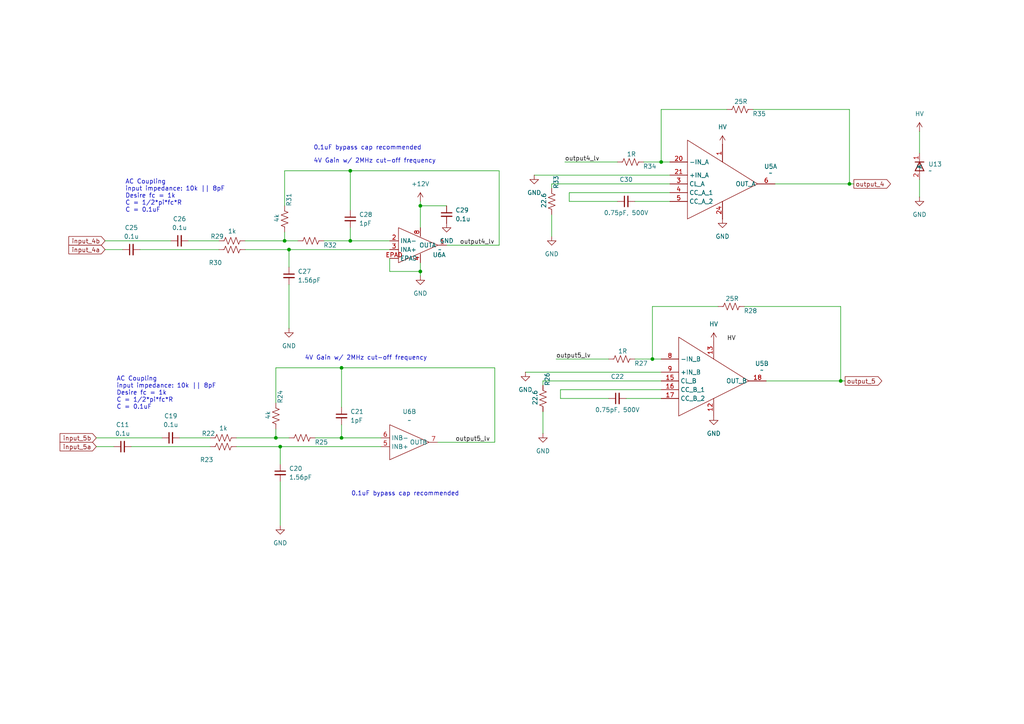
<source format=kicad_sch>
(kicad_sch (version 20231120) (generator "eeschema") (generator_version "8.0")
  (paper "A4")
  (lib_symbols
    (symbol "Device:C_Small" (pin_numbers hide) (pin_names (offset 0.254) hide)
      (property "Reference" "C" (at 0.254 1.778 0))
      (property "Value" "C_Small" (at 0.254 -2.032 0))
      (symbol "C_Small_0_1"
        (polyline (pts (xy -1.524 -0.508) (xy 1.524 -0.508)) (stroke (width 0.3302)))
        (polyline (pts (xy -1.524 0.508) (xy 1.524 0.508)) (stroke (width 0.3048)))
      )
      (symbol "C_Small_1_1"
        (pin passive line (at 0 2.54 270) (length 2.032) (name "~") (number "1"))
        (pin passive line (at 0 -2.54 90) (length 2.032) (name "~") (number "2"))
      )
    )
    (symbol "Device:R_US" (pin_numbers hide) (pin_names (offset 0))
      (property "Reference" "R" (at 2.54 0 90))
      (property "Value" "R_US" (at -2.54 0 90))
      (symbol "R_US_0_1"
        (polyline (pts (xy 0 -2.286) (xy 0 -2.54)))
        (polyline (pts (xy 0 2.286) (xy 0 2.54)))
        (polyline (pts (xy 0 -0.762) (xy 1.016 -1.143) (xy 0 -1.524) (xy -1.016 -1.905) (xy 0 -2.286)))
        (polyline (pts (xy 0 0.762) (xy 1.016 0.381) (xy 0 0) (xy -1.016 -0.381) (xy 0 -0.762)))
        (polyline (pts (xy 0 2.286) (xy 1.016 1.905) (xy 0 1.524) (xy -1.016 1.143) (xy 0 0.762)))
      )
      (symbol "R_US_1_1"
        (pin passive line (at 0 3.81 270) (length 1.27) (name "~") (number "1"))
        (pin passive line (at 0 -3.81 90) (length 1.27) (name "~") (number "2"))
      )
    )
    (symbol "_PHASE:OPA221A_2UNITS"
      (property "Reference" "U" (at -1.016 -1.524 0))
      (symbol "OPA221A_2UNITS_1_1"
        (polyline (pts (xy 0 0) (xy 0 10.16) (xy 11.43 5.08) (xy 0 0)))
        (pin input line (at 13.97 5.08 180) (length 2.54) (name "OUTA") (number "1"))
        (pin input line (at -2.54 6.35 0) (length 2.54) (name "INA-") (number "2"))
        (pin input line (at -2.54 3.81 0) (length 2.54) (name "INA+") (number "3"))
        (pin power_in line (at 6.35 0 90) (length 2.54) (name "") (number "4"))
        (pin power_in line (at 6.35 10.16 270) (length 2.54) (name "") (number "8"))
        (pin power_in line (at -2.54 1.27 0) (length 2.54) (name "EPAD") (number "EPAD"))
      )
      (symbol "OPA221A_2UNITS_2_1"
        (polyline (pts (xy 0 0) (xy 0 10.16) (xy 11.43 5.08) (xy 0 0)))
        (pin input line (at -2.54 3.81 0) (length 2.54) (name "INB+") (number "5"))
        (pin input line (at -2.54 6.35 0) (length 2.54) (name "INB-") (number "6"))
        (pin input line (at 13.97 5.08 180) (length 2.54) (name "OUTB") (number "7"))
      )
    )
    (symbol "_PHASE:PA343"
      (property "Reference" "U" (at 0 0 0))
      (symbol "PA343_1_1"
        (polyline (pts (xy 0 -3.81) (xy 0 19.05) (xy 20.32 6.35) (xy 0 -3.81)))
        (pin passive line (at 10.16 17.78 270) (length 5.08) (name "") (number "1"))
        (pin passive line (at -5.08 -1.27 0) (length 5.08) hide (name "NC_3") (number "10"))
        (pin passive line (at -5.08 -1.27 0) (length 5.08) hide (name "NC_4") (number "11"))
        (pin passive line (at -5.08 -1.27 0) (length 5.08) hide (name "NC_5") (number "14"))
        (pin passive line (at -5.08 -1.27 0) (length 5.08) hide (name "NC_6") (number "19"))
        (pin passive line (at -5.08 -1.27 0) (length 5.08) hide (name "NC_1") (number "2"))
        (pin passive line (at -5.08 12.7 0) (length 5.08) (name "-IN_A") (number "20"))
        (pin passive line (at -5.08 8.89 0) (length 5.08) (name "+IN_A") (number "21"))
        (pin passive line (at -5.08 -1.27 0) (length 5.08) hide (name "NC_7") (number "22"))
        (pin passive line (at -5.08 -1.27 0) (length 5.08) hide (name "NC_8") (number "23"))
        (pin passive line (at 10.16 -3.81 90) (length 5.08) (name "") (number "24"))
        (pin passive line (at -5.08 6.35 0) (length 5.08) (name "CL_A") (number "3"))
        (pin passive line (at -5.08 3.81 0) (length 5.08) (name "CC_A_1") (number "4"))
        (pin passive line (at -5.08 1.27 0) (length 5.08) (name "CC_A_2") (number "5"))
        (pin passive line (at 25.4 6.35 180) (length 5.08) (name "OUT_A") (number "6"))
        (pin passive line (at -5.08 -1.27 0) (length 5.08) hide (name "NC_2") (number "7"))
      )
      (symbol "PA343_2_1"
        (polyline (pts (xy 0 3.81) (xy 0 26.67) (xy 20.32 13.97) (xy 0 3.81)))
        (pin passive line (at 10.16 3.81 90) (length 5.08) (name "") (number "12"))
        (pin passive line (at 10.16 25.4 270) (length 5.08) (name "") (number "13"))
        (pin passive line (at -5.08 13.97 0) (length 5.08) (name "CL_B") (number "15"))
        (pin passive line (at -5.08 11.43 0) (length 5.08) (name "CC_B_1") (number "16"))
        (pin passive line (at -5.08 8.89 0) (length 5.08) (name "CC_B_2") (number "17"))
        (pin passive line (at 25.4 13.97 180) (length 5.08) (name "OUT_B") (number "18"))
        (pin passive line (at -5.08 19.05 0) (length 5.08) (name "-IN_B") (number "8"))
        (pin passive line (at -5.08 16.51 0) (length 5.08) (name "+IN_B") (number "9"))
      )
    )
    (symbol "_PHASE:PA343_2Units"
      (property "Reference" "U" (at 0 0 0))
      (symbol "PA343_2Units_1_1"
        (polyline (pts (xy 0 -3.81) (xy 0 19.05) (xy 20.32 6.35) (xy 0 -3.81)))
        (pin passive line (at 10.16 17.78 270) (length 5.08) (name "") (number "1"))
        (pin passive line (at -5.08 -1.27 0) (length 5.08) hide (name "NC_3") (number "10"))
        (pin passive line (at -5.08 -1.27 0) (length 5.08) hide (name "NC_4") (number "11"))
        (pin passive line (at -5.08 -1.27 0) (length 5.08) hide (name "NC_5") (number "14"))
        (pin passive line (at -5.08 -1.27 0) (length 5.08) hide (name "NC_6") (number "19"))
        (pin passive line (at -5.08 -1.27 0) (length 5.08) hide (name "NC_1") (number "2"))
        (pin passive line (at -5.08 12.7 0) (length 5.08) (name "-IN_A") (number "20"))
        (pin passive line (at -5.08 8.89 0) (length 5.08) (name "+IN_A") (number "21"))
        (pin passive line (at -5.08 -1.27 0) (length 5.08) hide (name "NC_7") (number "22"))
        (pin passive line (at -5.08 -1.27 0) (length 5.08) hide (name "NC_8") (number "23"))
        (pin passive line (at 10.16 -3.81 90) (length 5.08) (name "") (number "24"))
        (pin passive line (at -5.08 6.35 0) (length 5.08) (name "CL_A") (number "3"))
        (pin passive line (at -5.08 3.81 0) (length 5.08) (name "CC_A_1") (number "4"))
        (pin passive line (at -5.08 1.27 0) (length 5.08) (name "CC_A_2") (number "5"))
        (pin passive line (at 25.4 6.35 180) (length 5.08) (name "OUT_A") (number "6"))
        (pin passive line (at -5.08 -1.27 0) (length 5.08) hide (name "NC_2") (number "7"))
      )
      (symbol "PA343_2Units_2_1"
        (polyline (pts (xy 0 3.81) (xy 0 26.67) (xy 20.32 13.97) (xy 0 3.81)))
        (pin passive line (at 10.16 3.81 90) (length 5.08) (name "") (number "12"))
        (pin passive line (at 10.16 25.4 270) (length 5.08) (name "") (number "13"))
        (pin passive line (at -5.08 13.97 0) (length 5.08) (name "CL_B") (number "15"))
        (pin passive line (at -5.08 11.43 0) (length 5.08) (name "CC_B_1") (number "16"))
        (pin passive line (at -5.08 8.89 0) (length 5.08) (name "CC_B_2") (number "17"))
        (pin passive line (at 25.4 13.97 180) (length 5.08) (name "OUT_B") (number "18"))
        (pin passive line (at -5.08 20.32 0) (length 5.08) (name "-IN_B") (number "8"))
        (pin passive line (at -5.08 16.51 0) (length 5.08) (name "+IN_B") (number "9"))
      )
    )
    (symbol "_PHASE:SMCJ150A-13-F"
      (property "Reference" "U" (at 0 0 0))
      (symbol "SMCJ150A-13-F_0_1"
        (polyline (pts (xy 1.27 3.81) (xy 1.27 1.27)) (stroke (width 0.254)))
        (polyline (pts (xy 3.81 2.54) (xy 1.27 2.54)))
        (polyline (pts (xy 3.81 3.81) (xy 3.81 1.27) (xy 1.27 2.54) (xy 3.81 3.81)) (stroke (width 0.254)))
      )
      (symbol "SMCJ150A-13-F_1_1"
        (pin passive line (at -1.27 2.54 0) (length 2.54) (name "K") (number "1"))
        (pin passive line (at 6.35 2.54 180) (length 2.54) (name "A") (number "2"))
      )
    )
    (symbol "power:+12V" (power) (pin_numbers hide) (pin_names (offset 0) hide)
      (property "Value" "+12V" (at 0 3.556 0))
      (symbol "+12V_0_1"
        (polyline (pts (xy -0.762 1.27) (xy 0 2.54)))
        (polyline (pts (xy 0 0) (xy 0 2.54)))
        (polyline (pts (xy 0 2.54) (xy 0.762 1.27)))
      )
      (symbol "+12V_1_1"
        (pin power_in line (at 0 0 90) (length 0) (name "~") (number "1"))
      )
    )
    (symbol "power:GND" (power) (pin_numbers hide) (pin_names (offset 0) hide)
      (property "Value" "GND" (at 0 -3.81 0))
      (symbol "GND_0_1"
        (polyline (pts (xy 0 0) (xy 0 -1.27) (xy 1.27 -1.27) (xy 0 -2.54) (xy -1.27 -1.27) (xy 0 -1.27)))
      )
      (symbol "GND_1_1"
        (pin power_in line (at 0 0 270) (length 0) (name "~") (number "1"))
      )
    )
  )
  (junction (at 81.28 129.54))
  (junction (at 121.92 78.74))
  (junction (at 99.06 106.68))
  (junction (at 243.84 110.49))
  (junction (at 82.55 69.85))
  (junction (at 189.23 104.14))
  (junction (at 121.92 59.69))
  (junction (at 191.77 46.99))
  (junction (at 99.06 127))
  (junction (at 101.6 49.53))
  (junction (at 83.82 72.39))
  (junction (at 101.6 69.85))
  (junction (at 246.38 53.34))
  (junction (at 80.01 127))
  (wire (pts (xy 99.06 123.19) (xy 99.06 127)))
  (wire (pts (xy 99.06 106.68) (xy 143.51 106.68)))
  (wire (pts (xy 189.23 104.14) (xy 191.77 104.14)))
  (wire (pts (xy 152.4 107.95) (xy 191.77 107.95)))
  (wire (pts (xy 113.03 74.93) (xy 113.03 78.74)))
  (wire (pts (xy 160.02 53.34) (xy 194.31 53.34)))
  (wire (pts (xy 222.25 110.49) (xy 243.84 110.49)))
  (wire (pts (xy 157.48 119.38) (xy 157.48 125.73)))
  (wire (pts (xy 129.54 71.12) (xy 144.78 71.12)))
  (wire (pts (xy 80.01 106.68) (xy 80.01 116.84)))
  (wire (pts (xy 127 128.27) (xy 143.51 128.27)))
  (wire (pts (xy 189.23 88.9) (xy 189.23 104.14)))
  (wire (pts (xy 80.01 106.68) (xy 99.06 106.68)))
  (wire (pts (xy 27.94 127) (xy 46.99 127)))
  (wire (pts (xy 81.28 139.7) (xy 81.28 152.4)))
  (wire (pts (xy 101.6 66.04) (xy 101.6 69.85)))
  (wire (pts (xy 54.61 69.85) (xy 63.5 69.85)))
  (wire (pts (xy 184.15 104.14) (xy 189.23 104.14)))
  (wire (pts (xy 83.82 82.55) (xy 83.82 95.25)))
  (wire (pts (xy 82.55 67.31) (xy 82.55 69.85)))
  (wire (pts (xy 83.82 72.39) (xy 113.03 72.39)))
  (wire (pts (xy 30.48 69.85) (xy 49.53 69.85)))
  (wire (pts (xy 218.44 31.75) (xy 246.38 31.75)))
  (wire (pts (xy 246.38 53.34) (xy 247.65 53.34)))
  (wire (pts (xy 80.01 124.46) (xy 80.01 127)))
  (wire (pts (xy 165.1 55.88) (xy 194.31 55.88)))
  (wire (pts (xy 83.82 72.39) (xy 83.82 77.47)))
  (wire (pts (xy 68.58 129.54) (xy 81.28 129.54)))
  (wire (pts (xy 184.15 58.42) (xy 194.31 58.42)))
  (wire (pts (xy 191.77 31.75) (xy 191.77 46.99)))
  (wire (pts (xy 71.12 72.39) (xy 83.82 72.39)))
  (wire (pts (xy 40.64 72.39) (xy 63.5 72.39)))
  (wire (pts (xy 121.92 76.2) (xy 121.92 78.74)))
  (wire (pts (xy 181.61 115.57) (xy 191.77 115.57)))
  (wire (pts (xy 266.7 52.07) (xy 266.7 57.15)))
  (wire (pts (xy 162.56 113.03) (xy 191.77 113.03)))
  (wire (pts (xy 99.06 106.68) (xy 99.06 118.11)))
  (wire (pts (xy 163.83 46.99) (xy 179.07 46.99)))
  (wire (pts (xy 101.6 49.53) (xy 101.6 60.96)))
  (wire (pts (xy 179.07 58.42) (xy 165.1 58.42)))
  (wire (pts (xy 113.03 69.85) (xy 101.6 69.85)))
  (wire (pts (xy 162.56 115.57) (xy 162.56 113.03)))
  (wire (pts (xy 68.58 127) (xy 80.01 127)))
  (wire (pts (xy 243.84 110.49) (xy 245.11 110.49)))
  (wire (pts (xy 165.1 58.42) (xy 165.1 55.88)))
  (wire (pts (xy 27.94 129.54) (xy 33.02 129.54)))
  (wire (pts (xy 121.92 78.74) (xy 121.92 80.01)))
  (wire (pts (xy 161.29 104.14) (xy 176.53 104.14)))
  (wire (pts (xy 191.77 46.99) (xy 194.31 46.99)))
  (wire (pts (xy 243.84 110.49) (xy 243.84 88.9)))
  (wire (pts (xy 154.94 50.8) (xy 194.31 50.8)))
  (wire (pts (xy 81.28 129.54) (xy 81.28 134.62)))
  (wire (pts (xy 157.48 110.49) (xy 157.48 111.76)))
  (wire (pts (xy 186.69 46.99) (xy 191.77 46.99)))
  (wire (pts (xy 82.55 49.53) (xy 82.55 59.69)))
  (wire (pts (xy 246.38 53.34) (xy 246.38 31.75)))
  (wire (pts (xy 101.6 69.85) (xy 93.98 69.85)))
  (wire (pts (xy 215.9 88.9) (xy 243.84 88.9)))
  (wire (pts (xy 144.78 49.53) (xy 144.78 71.12)))
  (wire (pts (xy 143.51 106.68) (xy 143.51 128.27)))
  (wire (pts (xy 71.12 69.85) (xy 82.55 69.85)))
  (wire (pts (xy 210.82 31.75) (xy 191.77 31.75)))
  (wire (pts (xy 81.28 129.54) (xy 110.49 129.54)))
  (wire (pts (xy 224.79 53.34) (xy 246.38 53.34)))
  (wire (pts (xy 113.03 78.74) (xy 121.92 78.74)))
  (wire (pts (xy 160.02 62.23) (xy 160.02 68.58)))
  (wire (pts (xy 82.55 49.53) (xy 101.6 49.53)))
  (wire (pts (xy 99.06 127) (xy 91.44 127)))
  (wire (pts (xy 82.55 69.85) (xy 86.36 69.85)))
  (wire (pts (xy 121.92 59.69) (xy 121.92 66.04)))
  (wire (pts (xy 176.53 115.57) (xy 162.56 115.57)))
  (wire (pts (xy 110.49 127) (xy 99.06 127)))
  (wire (pts (xy 38.1 129.54) (xy 60.96 129.54)))
  (wire (pts (xy 101.6 49.53) (xy 144.78 49.53)))
  (wire (pts (xy 52.07 127) (xy 60.96 127)))
  (wire (pts (xy 157.48 110.49) (xy 191.77 110.49)))
  (wire (pts (xy 121.92 58.42) (xy 121.92 59.69)))
  (wire (pts (xy 266.7 38.1) (xy 266.7 44.45)))
  (wire (pts (xy 160.02 53.34) (xy 160.02 54.61)))
  (wire (pts (xy 208.28 88.9) (xy 189.23 88.9)))
  (wire (pts (xy 80.01 127) (xy 83.82 127)))
  (wire (pts (xy 121.92 59.69) (xy 129.54 59.69)))
  (wire (pts (xy 30.48 72.39) (xy 35.56 72.39)))
  (text "0.1uF bypass cap recommended\n" (at 101.854 143.256 0) (effects (font (size 1.27 1.27)) (justify left)))
  (text "4V Gain w/ 2MHz cut-off frequency" (at 88.392 103.886 0) (effects (font (size 1.27 1.27)) (justify left)))
  (text "4V Gain w/ 2MHz cut-off frequency" (at 90.932 46.736 0) (effects (font (size 1.27 1.27)) (justify left)))
  (text "AC Coupling\ninput impedance: 10k || 8pF\nDesire fc = 1k\nC = 1/2*pi*fc*R\nC = 0.1uF" (at 33.782 114.046 0) (effects (font (size 1.27 1.27)) (justify left)))
  (text "AC Coupling\ninput impedance: 10k || 8pF\nDesire fc = 1k\nC = 1/2*pi*fc*R\nC = 0.1uF" (at 36.322 56.896 0) (effects (font (size 1.27 1.27)) (justify left)))
  (text "0.1uF bypass cap recommended\n" (at 90.932 42.926 0) (effects (font (size 1.27 1.27)) (justify left)))
  (label "output5_lv" (at 161.29 104.14 0))
  (label "output4_lv" (at 133.35 71.12 0))
  (label "HV" (at 210.82 99.06 0))
  (label "output4_lv" (at 163.83 46.99 0))
  (label "output5_lv" (at 132.08 128.27 0))
  (global_label "input_4b" (shape input) (at 30.48 69.85 180) (property "Intersheetrefs" "${INTERSHEET_REFS}" (effects (hide yes))))
  (global_label "input_5a" (shape input) (at 27.94 129.54 180) (property "Intersheetrefs" "${INTERSHEET_REFS}" (effects (hide yes))))
  (global_label "input_4a" (shape input) (at 30.48 72.39 180) (property "Intersheetrefs" "${INTERSHEET_REFS}" (effects (hide yes))))
  (global_label "input_5b" (shape input) (at 27.94 127 180) (property "Intersheetrefs" "${INTERSHEET_REFS}" (effects (hide yes))))
  (global_label "output_5" (shape output) (at 245.11 110.49 0) (property "Intersheetrefs" "${INTERSHEET_REFS}" (effects (hide yes))))
  (global_label "output_4" (shape output) (at 247.65 53.34 0) (property "Intersheetrefs" "${INTERSHEET_REFS}" (effects (hide yes))))
  (symbol (lib_id "_PHASE:OPA221A_2UNITS") (at 115.57 76.2 0) (unit 1)
    (property "Reference" "U6" (at 125.476 73.914 0) (effects (justify left)))
    (property "Value" "~" (at 127 72.39 0) (effects (justify left)))
    (property "Footprint" "726_footprints:OPA2211AIDDAR_L" (effects (hide yes)))
  )
  (symbol (lib_id "power:+12V") (at 266.7 38.1 0) (unit 1)
    (property "Reference" "#PWR059" (effects (hide yes)))
    (property "Value" "HV" (at 266.7 33.02 0))
    (property "Description" "Power symbol creates a global label with name \"+12V\"" (effects (hide yes)))
  )
  (symbol (lib_id "power:GND") (at 129.54 64.77 0) (unit 1)
    (property "Reference" "#PWR054" (effects (hide yes)))
    (property "Value" "GND" (at 129.54 69.85 0))
    (property "Description" "Power symbol creates a global label with name \"GND\" , ground" (effects (hide yes)))
  )
  (symbol (lib_id "Device:R_US") (at 157.48 115.57 0) (unit 1)
    (property "Reference" "R26" (at 158.75 109.982 90))
    (property "Value" "22.6" (at 155.194 115.316 90))
    (property "Footprint" "Resistor_SMD:R_0603_1608Metric" (effects (hide yes)))
    (property "Description" "Resistor, US symbol" (effects (hide yes)))
  )
  (symbol (lib_id "power:GND") (at 152.4 107.95 0) (unit 1)
    (property "Reference" "#PWR016" (effects (hide yes)))
    (property "Value" "GND" (at 152.4 113.03 0))
    (property "Description" "Power symbol creates a global label with name \"GND\" , ground" (effects (hide yes)))
  )
  (symbol (lib_id "Device:C_Small") (at 83.82 80.01 0) (unit 1)
    (property "Reference" "C27" (at 86.36 78.7462 0) (effects (justify left)))
    (property "Value" "1.56pF" (at 86.36 81.2862 0) (effects (justify left)))
    (property "Footprint" "Capacitor_SMD:C_0603_1608Metric" (effects (hide yes)))
    (property "Description" "Unpolarized capacitor, small symbol" (effects (hide yes)))
  )
  (symbol (lib_id "power:+12V") (at 207.01 99.06 0) (unit 1)
    (property "Reference" "#PWR021" (effects (hide yes)))
    (property "Value" "HV" (at 207.01 93.98 0))
    (property "Description" "Power symbol creates a global label with name \"+12V\"" (effects (hide yes)))
  )
  (symbol (lib_id "Device:R_US") (at 67.31 69.85 270) (unit 1)
    (property "Reference" "R29" (at 62.992 68.58 90))
    (property "Value" "1k" (at 67.31 67.056 90))
    (property "Footprint" "Resistor_SMD:R_0603_1608Metric" (effects (hide yes)))
    (property "Description" "Resistor, US symbol" (effects (hide yes)))
  )
  (symbol (lib_id "_PHASE:PA343") (at 199.39 59.69 0) (unit 1)
    (property "Reference" "U5" (at 223.52 48.2914 0))
    (property "Value" "~" (at 223.52 50.1965 0))
    (property "Footprint" "726_footprints:PA341DF" (effects (hide yes)))
  )
  (symbol (lib_id "Device:R_US") (at 214.63 31.75 270) (unit 1)
    (property "Reference" "R35" (at 220.218 33.02 90))
    (property "Value" "25R" (at 214.884 29.464 90))
    (property "Footprint" "Resistor_SMD:R_0603_1608Metric" (effects (hide yes)))
    (property "Description" "Resistor, US symbol" (effects (hide yes)))
  )
  (symbol (lib_id "Device:R_US") (at 64.77 129.54 270) (unit 1)
    (property "Reference" "R23" (at 59.944 133.35 90))
    (property "Value" "R_US" (effects (hide yes)))
    (property "Footprint" "Resistor_SMD:R_0603_1608Metric" (effects (hide yes)))
    (property "Description" "Resistor, US symbol" (effects (hide yes)))
  )
  (symbol (lib_id "power:+12V") (at 121.92 58.42 0) (unit 1)
    (property "Reference" "#PWR019" (effects (hide yes)))
    (property "Value" "+12V" (at 121.92 53.34 0))
    (property "Description" "Power symbol creates a global label with name \"+12V\"" (effects (hide yes)))
  )
  (symbol (lib_id "_PHASE:SMCJ150A-13-F") (at 264.16 45.72 270) (unit 1)
    (property "Reference" "U13" (at 269.24 47.6249 90) (effects (justify left)))
    (property "Value" "~" (at 269.24 49.53 90) (effects (justify left)))
    (property "Footprint" "726_footprints:SMCJ150A-13-F" (effects (hide yes)))
  )
  (symbol (lib_id "power:GND") (at 266.7 57.15 0) (unit 1)
    (property "Reference" "#PWR062" (effects (hide yes)))
    (property "Value" "GND" (at 266.7 62.23 0))
    (property "Description" "Power symbol creates a global label with name \"GND\" , ground" (effects (hide yes)))
  )
  (symbol (lib_id "Device:C_Small") (at 81.28 137.16 0) (unit 1)
    (property "Reference" "C20" (at 83.82 135.8962 0) (effects (justify left)))
    (property "Value" "1.56pF" (at 83.82 138.4362 0) (effects (justify left)))
    (property "Footprint" "Capacitor_SMD:C_0603_1608Metric" (effects (hide yes)))
    (property "Description" "Unpolarized capacitor, small symbol" (effects (hide yes)))
  )
  (symbol (lib_id "Device:R_US") (at 80.01 120.65 0) (unit 1)
    (property "Reference" "R24" (at 81.28 115.062 90))
    (property "Value" "4k" (at 77.724 120.396 90))
    (property "Footprint" "Resistor_SMD:R_0603_1608Metric" (effects (hide yes)))
    (property "Description" "Resistor, US symbol" (effects (hide yes)))
  )
  (symbol (lib_id "Device:R_US") (at 87.63 127 270) (unit 1)
    (property "Reference" "R25" (at 93.218 128.27 90))
    (property "Value" "R_US" (effects (hide yes)))
    (property "Footprint" "Resistor_SMD:R_0603_1608Metric" (effects (hide yes)))
    (property "Description" "Resistor, US symbol" (effects (hide yes)))
  )
  (symbol (lib_id "power:GND") (at 209.55 63.5 0) (unit 1)
    (property "Reference" "#PWR058" (effects (hide yes)))
    (property "Value" "GND" (at 209.55 68.58 0))
    (property "Description" "Power symbol creates a global label with name \"GND\" , ground" (effects (hide yes)))
  )
  (symbol (lib_id "power:GND") (at 121.92 80.01 0) (unit 1)
    (property "Reference" "#PWR031" (effects (hide yes)))
    (property "Value" "GND" (at 121.92 85.09 0))
    (property "Description" "Power symbol creates a global label with name \"GND\" , ground" (effects (hide yes)))
  )
  (symbol (lib_id "power:GND") (at 154.94 50.8 0) (unit 1)
    (property "Reference" "#PWR055" (effects (hide yes)))
    (property "Value" "GND" (at 154.94 55.88 0))
    (property "Description" "Power symbol creates a global label with name \"GND\" , ground" (effects (hide yes)))
  )
  (symbol (lib_id "_PHASE:PA343_2Units") (at 196.85 124.46 0) (unit 2)
    (property "Reference" "U5" (at 220.98 105.4414 0))
    (property "Value" "~" (at 220.98 107.3465 0))
    (property "Footprint" "726_footprints:PA341DF" (effects (hide yes)))
  )
  (symbol (lib_id "Device:R_US") (at 180.34 104.14 270) (unit 1)
    (property "Reference" "R27" (at 185.928 105.41 90))
    (property "Value" "1R" (at 180.594 101.854 90))
    (property "Footprint" "Resistor_SMD:R_0603_1608Metric" (effects (hide yes)))
    (property "Description" "Resistor, US symbol" (effects (hide yes)))
  )
  (symbol (lib_id "Device:C_Small") (at 99.06 120.65 0) (unit 1)
    (property "Reference" "C21" (at 101.6 119.3862 0) (effects (justify left)))
    (property "Value" "1pF" (at 101.6 121.9262 0) (effects (justify left)))
    (property "Footprint" "Capacitor_SMD:C_0603_1608Metric" (effects (hide yes)))
    (property "Description" "Unpolarized capacitor, small symbol" (effects (hide yes)))
  )
  (symbol (lib_id "power:+12V") (at 209.55 41.91 0) (unit 1)
    (property "Reference" "#PWR057" (effects (hide yes)))
    (property "Value" "HV" (at 209.55 36.83 0))
    (property "Description" "Power symbol creates a global label with name \"+12V\"" (effects (hide yes)))
  )
  (symbol (lib_id "power:GND") (at 157.48 125.73 0) (unit 1)
    (property "Reference" "#PWR017" (effects (hide yes)))
    (property "Value" "GND" (at 157.48 130.81 0))
    (property "Description" "Power symbol creates a global label with name \"GND\" , ground" (effects (hide yes)))
  )
  (symbol (lib_id "Device:R_US") (at 82.55 63.5 0) (unit 1)
    (property "Reference" "R31" (at 83.82 57.912 90))
    (property "Value" "4k" (at 80.264 63.246 90))
    (property "Footprint" "Resistor_SMD:R_0603_1608Metric" (effects (hide yes)))
    (property "Description" "Resistor, US symbol" (effects (hide yes)))
  )
  (symbol (lib_id "power:GND") (at 81.28 152.4 0) (unit 1)
    (property "Reference" "#PWR02" (effects (hide yes)))
    (property "Value" "GND" (at 81.28 157.48 0))
    (property "Description" "Power symbol creates a global label with name \"GND\" , ground" (effects (hide yes)))
  )
  (symbol (lib_id "Device:R_US") (at 182.88 46.99 270) (unit 1)
    (property "Reference" "R34" (at 188.468 48.26 90))
    (property "Value" "1R" (at 183.134 44.704 90))
    (property "Footprint" "Resistor_SMD:R_0603_1608Metric" (effects (hide yes)))
    (property "Description" "Resistor, US symbol" (effects (hide yes)))
  )
  (symbol (lib_id "Device:C_Small") (at 49.53 127 90) (unit 1)
    (property "Reference" "C19" (at 49.5363 120.65 90))
    (property "Value" "0.1u" (at 49.5363 123.19 90))
    (property "Footprint" "Capacitor_SMD:C_0603_1608Metric" (effects (hide yes)))
    (property "Description" "Unpolarized capacitor, small symbol" (effects (hide yes)))
  )
  (symbol (lib_id "Device:C_Small") (at 52.07 69.85 90) (unit 1)
    (property "Reference" "C26" (at 52.0763 63.5 90))
    (property "Value" "0.1u" (at 52.0763 66.04 90))
    (property "Footprint" "Capacitor_SMD:C_0603_1608Metric" (effects (hide yes)))
    (property "Description" "Unpolarized capacitor, small symbol" (effects (hide yes)))
  )
  (symbol (lib_id "power:GND") (at 83.82 95.25 0) (unit 1)
    (property "Reference" "#PWR018" (effects (hide yes)))
    (property "Value" "GND" (at 83.82 100.33 0))
    (property "Description" "Power symbol creates a global label with name \"GND\" , ground" (effects (hide yes)))
  )
  (symbol (lib_id "Device:C_Small") (at 179.07 115.57 90) (unit 1)
    (property "Reference" "C22" (at 179.0763 109.22 90))
    (property "Value" "0.75pF, 500V" (at 179.07 118.872 90))
    (property "Footprint" "Capacitor_SMD:C_0805_2012Metric" (effects (hide yes)))
    (property "Description" "Unpolarized capacitor, small symbol" (effects (hide yes)))
  )
  (symbol (lib_id "Device:C_Small") (at 101.6 63.5 0) (unit 1)
    (property "Reference" "C28" (at 104.14 62.2362 0) (effects (justify left)))
    (property "Value" "1pF" (at 104.14 64.7762 0) (effects (justify left)))
    (property "Footprint" "Capacitor_SMD:C_0603_1608Metric" (effects (hide yes)))
    (property "Description" "Unpolarized capacitor, small symbol" (effects (hide yes)))
  )
  (symbol (lib_id "Device:R_US") (at 64.77 127 270) (unit 1)
    (property "Reference" "R22" (at 60.452 125.73 90))
    (property "Value" "1k" (at 64.77 124.206 90))
    (property "Footprint" "Resistor_SMD:R_0603_1608Metric" (effects (hide yes)))
    (property "Description" "Resistor, US symbol" (effects (hide yes)))
  )
  (symbol (lib_id "Device:R_US") (at 212.09 88.9 270) (unit 1)
    (property "Reference" "R28" (at 217.678 90.17 90))
    (property "Value" "25R" (at 212.344 86.614 90))
    (property "Footprint" "Resistor_SMD:R_0603_1608Metric" (effects (hide yes)))
    (property "Description" "Resistor, US symbol" (effects (hide yes)))
  )
  (symbol (lib_id "Device:C_Small") (at 38.1 72.39 90) (unit 1)
    (property "Reference" "C25" (at 38.1063 66.04 90))
    (property "Value" "0.1u" (at 38.1063 68.58 90))
    (property "Footprint" "Capacitor_SMD:C_0603_1608Metric" (effects (hide yes)))
    (property "Description" "Unpolarized capacitor, small symbol" (effects (hide yes)))
  )
  (symbol (lib_id "Device:C_Small") (at 35.56 129.54 90) (unit 1)
    (property "Reference" "C11" (at 35.5663 123.19 90))
    (property "Value" "0.1u" (at 35.5663 125.73 90))
    (property "Footprint" "Capacitor_SMD:C_0603_1608Metric" (effects (hide yes)))
    (property "Description" "Unpolarized capacitor, small symbol" (effects (hide yes)))
  )
  (symbol (lib_id "Device:R_US") (at 90.17 69.85 270) (unit 1)
    (property "Reference" "R32" (at 95.758 71.12 90))
    (property "Value" "R_US" (effects (hide yes)))
    (property "Footprint" "Resistor_SMD:R_0603_1608Metric" (effects (hide yes)))
    (property "Description" "Resistor, US symbol" (effects (hide yes)))
  )
  (symbol (lib_id "Device:R_US") (at 67.31 72.39 270) (unit 1)
    (property "Reference" "R30" (at 62.484 76.2 90))
    (property "Value" "R_US" (effects (hide yes)))
    (property "Footprint" "Resistor_SMD:R_0603_1608Metric" (effects (hide yes)))
    (property "Description" "Resistor, US symbol" (effects (hide yes)))
  )
  (symbol (lib_id "_PHASE:OPA221A_2UNITS") (at 113.03 133.35 0) (unit 2)
    (property "Reference" "U6" (at 118.745 119.38 0))
    (property "Value" "~" (at 118.745 121.92 0))
    (property "Footprint" "726_footprints:OPA2211AIDDAR_L" (effects (hide yes)))
  )
  (symbol (lib_id "power:GND") (at 207.01 120.65 0) (unit 1)
    (property "Reference" "#PWR024" (effects (hide yes)))
    (property "Value" "GND" (at 207.01 125.73 0))
    (property "Description" "Power symbol creates a global label with name \"GND\" , ground" (effects (hide yes)))
  )
  (symbol (lib_id "power:GND") (at 160.02 68.58 0) (unit 1)
    (property "Reference" "#PWR056" (effects (hide yes)))
    (property "Value" "GND" (at 160.02 73.66 0))
    (property "Description" "Power symbol creates a global label with name \"GND\" , ground" (effects (hide yes)))
  )
  (symbol (lib_id "Device:C_Small") (at 181.61 58.42 90) (unit 1)
    (property "Reference" "C30" (at 181.6163 52.07 90))
    (property "Value" "0.75pF, 500V" (at 181.61 61.722 90))
    (property "Footprint" "Capacitor_SMD:C_0805_2012Metric" (effects (hide yes)))
    (property "Description" "Unpolarized capacitor, small symbol" (effects (hide yes)))
  )
  (symbol (lib_id "Device:C_Small") (at 129.54 62.23 0) (unit 1)
    (property "Reference" "C29" (at 132.08 60.9662 0) (effects (justify left)))
    (property "Value" "0.1u" (at 132.08 63.5062 0) (effects (justify left)))
    (property "Footprint" "Capacitor_SMD:C_0603_1608Metric" (effects (hide yes)))
    (property "Description" "Unpolarized capacitor, small symbol" (effects (hide yes)))
  )
  (symbol (lib_id "Device:R_US") (at 160.02 58.42 0) (unit 1)
    (property "Reference" "R33" (at 161.29 52.832 90))
    (property "Value" "22.6" (at 157.734 58.166 90))
    (property "Footprint" "Resistor_SMD:R_0603_1608Metric" (effects (hide yes)))
    (property "Description" "Resistor, US symbol" (effects (hide yes)))
  )
)
</source>
